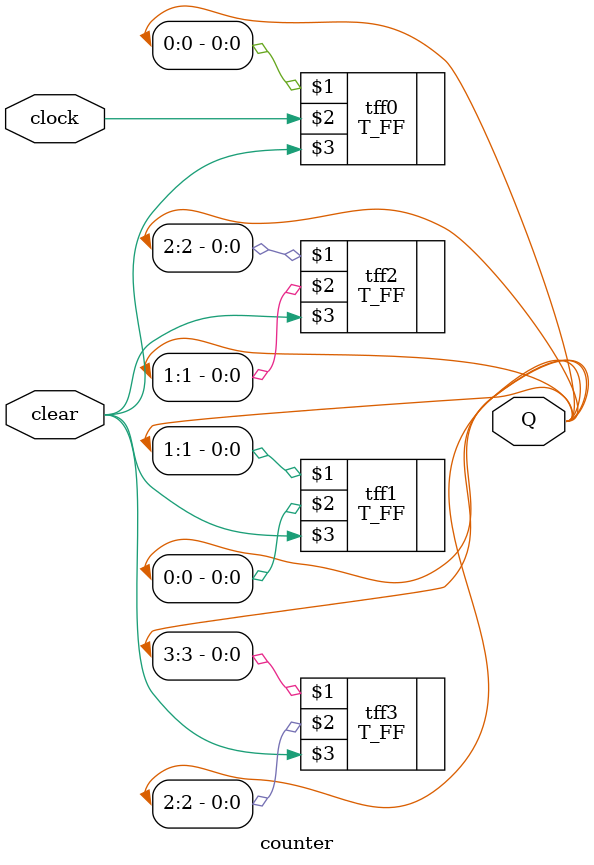
<source format=v>
module counter (Q, clock, clear);

	// I/O ports
	output [3:0] Q;
	input clock, clear;

	// Instantiate the T flipflops
	T_FF tff0(Q[0], clock, clear);
	T_FF tff1(Q[1], Q[0], clear);
	T_FF tff2(Q[2], Q[1], clear);
	T_FF tff3(Q[3], Q[2], clear);

endmodule


</source>
